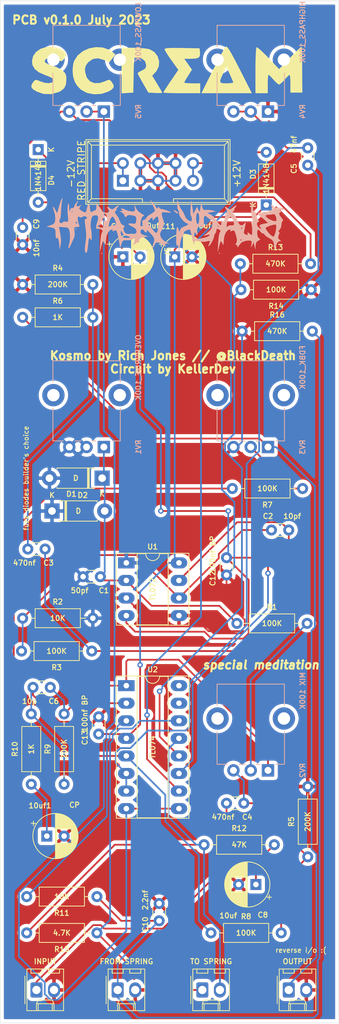
<source format=kicad_pcb>
(kicad_pcb (version 20171130) (host pcbnew "(5.1.12-1-10_14)")
  (layers (0 F.Cu signal) (31 B.Cu signal) (34 B.Paste user) (35 F.Paste user) (36 B.SilkS user) (37 F.SilkS user) (38 B.Mask user) (39 F.Mask user) (44 Edge.Cuts user))
  (net 0 "")
  (net 1 "Net-(10uf1-Pad1)")
  (net 2 GND)
  (net 3 "Net-(C1-Pad2)")
  (net 4 "Net-(C1-Pad1)")
  (net 5 "Net-(C2-Pad1)")
  (net 6 "Net-(C2-Pad2)")
  (net 7 "Net-(C3-Pad2)")
  (net 8 "Net-(C4-Pad2)")
  (net 9 "Net-(C4-Pad1)")
  (net 10 "Net-(C5-Pad2)")
  (net 11 "Net-(C5-Pad1)")
  (net 12 "Net-(C6-Pad1)")
  (net 13 "Net-(C6-Pad2)")
  (net 14 "Net-(C12-Pad2)")
  (net 15 "Net-(C8-Pad1)")
  (net 16 "Net-(C9-Pad1)")
  (net 17 "Net-(C10-Pad1)")
  (net 18 "Net-(C11-Pad1)")
  (net 19 "Net-(D3-Pad2)")
  (net 20 "Net-(D4-Pad1)")
  (net 21 "Net-(J2-Pad1)")
  (net 22 "Net-(R1-Pad2)")
  (net 23 "Net-(R7-Pad1)")
  (net 24 "Net-(R7-Pad2)")
  (net 25 "Net-(R11-Pad2)")
  (net 26 "Net-(J3-Pad2)")
  (net 27 "Net-(R13-Pad1)")
  (net 28 "Net-(J3-Pad1)")
  (net 29 "Net-(RV5-Pad1)")
  (module ao_tht:BD3 (layer B.Cu) (at 403.75 -19.5 180)
    (fp_text reference G*** hide)
    (fp_text value LOGO hide)
  )
  (module ao_tht:scream5 (layer F.Cu) (at 404.25 -41.5)
    (fp_text reference G*** hide)
    (fp_text value LOGO hide)
  )
  (module ao_tht:CP_Radial_D6.3mm_P2.50mm (layer F.Cu) (at 386.5 68.75)
    (fp_text reference 10uf1 (at -1 -4.4) (layer F.SilkS) (effects (font (size 0.75 0.75))))
    (fp_text value CP)
    (fp_text user %V (at 4 -4.5) (layer F.SilkS) (effects (font (size 0.75 0.75))))
    (pad 1 thru_hole rect (at 0 0) (size 1.6 1.6) (drill 0.8) (layers *.Cu *.Mask) (net 1 "Net-(10uf1-Pad1)"))
    (pad 2 thru_hole circle (at 2.5 0) (size 1.6 1.6) (drill 0.8) (layers *.Cu *.Mask) (net 2 GND))
  )
  (module ao_tht:C_Disc_D3.0mm_W1.6mm_P2.50mm (layer F.Cu) (at 394.25 31.25 180)
    (fp_text reference C1 (at -0.5 -2) (layer F.SilkS) (effects (font (size 0.75 0.75))))
    (fp_text value 50pf)
    (fp_text user %V (at 3 -2) (layer F.SilkS) (effects (font (size 0.75 0.75))))
    (pad 2 thru_hole circle (at 2.5 0 180) (size 1.6 1.6) (drill 0.8) (layers *.Cu *.Mask) (net 3 "Net-(C1-Pad2)"))
    (pad 1 thru_hole circle (at 0 0 180) (size 1.6 1.6) (drill 0.8) (layers *.Cu *.Mask) (net 4 "Net-(C1-Pad1)"))
  )
  (module ao_tht:C_Disc_D3.0mm_W1.6mm_P2.50mm (layer F.Cu) (at 419 24.5)
    (fp_text reference C2 (at -0.5 -2) (layer F.SilkS) (effects (font (size 0.75 0.75))))
    (fp_text value 10pf)
    (fp_text user %V (at 3 -2) (layer F.SilkS) (effects (font (size 0.75 0.75))))
    (pad 1 thru_hole circle (at 0 0) (size 1.6 1.6) (drill 0.8) (layers *.Cu *.Mask) (net 5 "Net-(C2-Pad1)"))
    (pad 2 thru_hole circle (at 2.5 0) (size 1.6 1.6) (drill 0.8) (layers *.Cu *.Mask) (net 6 "Net-(C2-Pad2)"))
  )
  (module ao_tht:C_Disc_D3.0mm_W1.6mm_P2.50mm (layer F.Cu) (at 386.25 27.25 180)
    (fp_text reference C3 (at -0.5 -2) (layer F.SilkS) (effects (font (size 0.75 0.75))))
    (fp_text value 470nf)
    (fp_text user %V (at 3 -2) (layer F.SilkS) (effects (font (size 0.75 0.75))))
    (pad 1 thru_hole circle (at 0 0 180) (size 1.6 1.6) (drill 0.8) (layers *.Cu *.Mask) (net 6 "Net-(C2-Pad2)"))
    (pad 2 thru_hole circle (at 2.5 0 180) (size 1.6 1.6) (drill 0.8) (layers *.Cu *.Mask) (net 7 "Net-(C3-Pad2)"))
  )
  (module ao_tht:C_Disc_D3.0mm_W1.6mm_P2.50mm (layer F.Cu) (at 415 64 180)
    (fp_text reference C4 (at -0.5 -2) (layer F.SilkS) (effects (font (size 0.75 0.75))))
    (fp_text value 470nf)
    (fp_text user %V (at 3 -2) (layer F.SilkS) (effects (font (size 0.75 0.75))))
    (pad 2 thru_hole circle (at 2.5 0 180) (size 1.6 1.6) (drill 0.8) (layers *.Cu *.Mask) (net 8 "Net-(C4-Pad2)"))
    (pad 1 thru_hole circle (at 0 0 180) (size 1.6 1.6) (drill 0.8) (layers *.Cu *.Mask) (net 9 "Net-(C4-Pad1)"))
  )
  (module ao_tht:C_Disc_D3.0mm_W1.6mm_P2.50mm (layer F.Cu) (at 424.25 -28.25 90)
    (fp_text reference C5 (at -0.5 -2 90) (layer F.SilkS) (effects (font (size 0.75 0.75))))
    (fp_text value 47nf)
    (fp_text user %V (at 3 -2 90) (layer F.SilkS) (effects (font (size 0.75 0.75))))
    (pad 2 thru_hole circle (at 2.5 0 90) (size 1.6 1.6) (drill 0.8) (layers *.Cu *.Mask) (net 10 "Net-(C5-Pad2)"))
    (pad 1 thru_hole circle (at 0 0 90) (size 1.6 1.6) (drill 0.8) (layers *.Cu *.Mask) (net 11 "Net-(C5-Pad1)"))
  )
  (module ao_tht:C_Disc_D3.0mm_W1.6mm_P2.50mm (layer F.Cu) (at 387 47.25 180)
    (fp_text reference C6 (at -0.5 -2) (layer F.SilkS) (effects (font (size 0.75 0.75))))
    (fp_text value 10p)
    (fp_text user %V (at 3 -2) (layer F.SilkS) (effects (font (size 0.75 0.75))))
    (pad 1 thru_hole circle (at 0 0 180) (size 1.6 1.6) (drill 0.8) (layers *.Cu *.Mask) (net 12 "Net-(C6-Pad1)"))
    (pad 2 thru_hole circle (at 2.5 0 180) (size 1.6 1.6) (drill 0.8) (layers *.Cu *.Mask) (net 13 "Net-(C6-Pad2)"))
  )
  (module ao_tht:CP_Radial_D6.3mm_P2.50mm (layer F.Cu) (at 416.75 75.75 180)
    (fp_text reference C8 (at -1 -4.4) (layer F.SilkS) (effects (font (size 0.75 0.75))))
    (fp_text value 10uf)
    (fp_text user %V (at 4 -4.5) (layer F.SilkS) (effects (font (size 0.75 0.75))))
    (pad 1 thru_hole rect (at 0 0 180) (size 1.6 1.6) (drill 0.8) (layers *.Cu *.Mask) (net 15 "Net-(C8-Pad1)"))
    (pad 2 thru_hole circle (at 2.5 0 180) (size 1.6 1.6) (drill 0.8) (layers *.Cu *.Mask) (net 2 GND))
  )
  (module ao_tht:C_Disc_D3.0mm_W1.6mm_P2.50mm (layer F.Cu) (at 383 -19.25 270)
    (fp_text reference C9 (at -0.5 -2 90) (layer F.SilkS) (effects (font (size 0.75 0.75))))
    (fp_text value 10nf)
    (fp_text user %V (at 3 -2 90) (layer F.SilkS) (effects (font (size 0.75 0.75))))
    (pad 1 thru_hole circle (at 0 0 270) (size 1.6 1.6) (drill 0.8) (layers *.Cu *.Mask) (net 16 "Net-(C9-Pad1)"))
    (pad 2 thru_hole circle (at 2.5 0 270) (size 1.6 1.6) (drill 0.8) (layers *.Cu *.Mask) (net 2 GND))
  )
  (module ao_tht:C_Disc_D3.0mm_W1.6mm_P2.50mm (layer F.Cu) (at 402.75 81 90)
    (fp_text reference C10 (at -0.5 -2 90) (layer F.SilkS) (effects (font (size 0.75 0.75))))
    (fp_text value 2.2nf)
    (fp_text user %V (at 3 -2 90) (layer F.SilkS) (effects (font (size 0.75 0.75))))
    (pad 1 thru_hole circle (at 0 0 90) (size 1.6 1.6) (drill 0.8) (layers *.Cu *.Mask) (net 17 "Net-(C10-Pad1)"))
    (pad 2 thru_hole circle (at 2.5 0 90) (size 1.6 1.6) (drill 0.8) (layers *.Cu *.Mask) (net 2 GND))
  )
  (module ao_tht:CP_Radial_D6.3mm_P2.50mm (layer F.Cu) (at 405 -15)
    (fp_text reference C11 (at -1 -4.4) (layer F.SilkS) (effects (font (size 0.75 0.75))))
    (fp_text value 10uf)
    (fp_text user %V (at 4 -4.5) (layer F.SilkS) (effects (font (size 0.75 0.75))))
    (pad 2 thru_hole circle (at 2.5 0) (size 1.6 1.6) (drill 0.8) (layers *.Cu *.Mask) (net 2 GND))
    (pad 1 thru_hole rect (at 0 0) (size 1.6 1.6) (drill 0.8) (layers *.Cu *.Mask) (net 18 "Net-(C11-Pad1)"))
  )
  (module ao_tht:C_Disc_D3.0mm_W1.6mm_P2.50mm (layer F.Cu) (at 412.5 31 90)
    (fp_text reference C12 (at -0.5 -2 90) (layer F.SilkS) (effects (font (size 0.75 0.75))))
    (fp_text value "100nf BP")
    (fp_text user %V (at 3 -2 90) (layer F.SilkS) (effects (font (size 0.75 0.75))))
    (pad 2 thru_hole circle (at 2.5 0 90) (size 1.6 1.6) (drill 0.8) (layers *.Cu *.Mask) (net 14 "Net-(C12-Pad2)"))
    (pad 1 thru_hole circle (at 0 0 90) (size 1.6 1.6) (drill 0.8) (layers *.Cu *.Mask) (net 2 GND))
  )
  (module ao_tht:C_Disc_D3.0mm_W1.6mm_P2.50mm (layer F.Cu) (at 394 54 90)
    (fp_text reference C13 (at -0.5 -2 90) (layer F.SilkS) (effects (font (size 0.75 0.75))))
    (fp_text value "100nf BP")
    (fp_text user %V (at 3 -2 90) (layer F.SilkS) (effects (font (size 0.75 0.75))))
    (pad 1 thru_hole circle (at 0 0 90) (size 1.6 1.6) (drill 0.8) (layers *.Cu *.Mask) (net 18 "Net-(C11-Pad1)"))
    (pad 2 thru_hole circle (at 2.5 0 90) (size 1.6 1.6) (drill 0.8) (layers *.Cu *.Mask) (net 2 GND))
  )
  (module ao_tht:D_DO-41_SOD81_P7.62mm_Horizontal (layer F.Cu) (at 394.5 17 180)
    (fp_text reference D1 (at 4.445 -2.286) (layer F.SilkS) (effects (font (size 0.75 0.75))))
    (fp_text value D)
    (fp_text user K (at 0 -2.286) (layer F.SilkS) (effects (font (size 0.75 0.75))))
    (fp_text user %V (at 3.81 0) (layer F.SilkS) (effects (font (size 0.75 0.75))))
    (pad 2 thru_hole oval (at 7.62 0 180) (size 2.2 2.2) (drill 1.1) (layers *.Cu *.Mask) (net 3 "Net-(C1-Pad2)"))
    (pad 1 thru_hole rect (at 0 0 180) (size 2.2 2.2) (drill 1.1) (layers *.Cu *.Mask) (net 4 "Net-(C1-Pad1)"))
  )
  (module ao_tht:D_DO-41_SOD81_P7.62mm_Horizontal (layer F.Cu) (at 387.25 21.75)
    (fp_text reference D2 (at 4.445 -2.286) (layer F.SilkS) (effects (font (size 0.75 0.75))))
    (fp_text value D)
    (fp_text user %V (at 3.81 0) (layer F.SilkS) (effects (font (size 0.75 0.75))))
    (fp_text user K (at 0 -2.286) (layer F.SilkS) (effects (font (size 0.75 0.75))))
    (pad 1 thru_hole rect (at 0 0) (size 2.2 2.2) (drill 1.1) (layers *.Cu *.Mask) (net 3 "Net-(C1-Pad2)"))
    (pad 2 thru_hole oval (at 7.62 0) (size 2.2 2.2) (drill 1.1) (layers *.Cu *.Mask) (net 4 "Net-(C1-Pad1)"))
  )
  (module ao_tht:D_DO-35_SOD27_P7.62mm_Horizontal (layer F.Cu) (at 418.25 -22.5 90)
    (fp_text reference D3 (at 4.445 -1.905 270) (layer F.SilkS) (effects (font (size 0.75 0.75))))
    (fp_text value 1N4148)
    (fp_text user K (at 0 -1.905 270) (layer F.SilkS) (effects (font (size 0.75 0.75))))
    (fp_text user %V (at 3.81 0 270) (layer F.SilkS) (effects (font (size 0.75 0.75))))
    (pad 2 thru_hole oval (at 7.62 0 90) (size 1.6 1.6) (drill 0.8) (layers *.Cu *.Mask) (net 19 "Net-(D3-Pad2)"))
    (pad 1 thru_hole rect (at 0 0 90) (size 1.6 1.6) (drill 0.8) (layers *.Cu *.Mask) (net 18 "Net-(C11-Pad1)"))
  )
  (module ao_tht:D_DO-35_SOD27_P7.62mm_Horizontal (layer F.Cu) (at 385.25 -30.5 270)
    (fp_text reference D4 (at 4.445 -1.905 270) (layer F.SilkS) (effects (font (size 0.75 0.75))))
    (fp_text value 1N4148)
    (fp_text user %V (at 3.81 0 270) (layer F.SilkS) (effects (font (size 0.75 0.75))))
    (fp_text user K (at 0 -1.905 270) (layer F.SilkS) (effects (font (size 0.75 0.75))))
    (pad 1 thru_hole rect (at 0 0 270) (size 1.6 1.6) (drill 0.8) (layers *.Cu *.Mask) (net 20 "Net-(D4-Pad1)"))
    (pad 2 thru_hole oval (at 7.62 0 270) (size 1.6 1.6) (drill 0.8) (layers *.Cu *.Mask) (net 14 "Net-(C12-Pad2)"))
  )
  (module ao_tht:Molex_KK-254_AE-6410-02A_1x02_P2.54mm_Vertical (layer F.Cu) (at 385 91)
    (fp_text reference INPUT (at 1.27 -4.12) (layer F.SilkS) (effects (font (size 0.75 0.75))))
    (fp_text value INPUT)
    (pad 2 thru_hole oval (at 2.54 0) (size 1.74 2.2) (drill 1.2) (layers *.Cu *.Mask) (net 2 GND))
    (pad 1 thru_hole roundrect (at 0 0) (size 1.74 2.2) (drill 1.2) (layers *.Cu *.Mask) (roundrect_rratio 0.1436775862068966) (net 8 "Net-(C4-Pad2)"))
  )
  (module ao_tht:Molex_KK-254_AE-6410-02A_1x02_P2.54mm_Vertical (layer F.Cu) (at 421.5 91)
    (fp_text reference OUTPUT (at 1.27 -4.12) (layer F.SilkS) (effects (font (size 0.75 0.75))))
    (fp_text value OUTPUT)
    (pad 1 thru_hole roundrect (at 0 0) (size 1.74 2.2) (drill 1.2) (layers *.Cu *.Mask) (roundrect_rratio 0.1436775862068966) (net 21 "Net-(J2-Pad1)"))
    (pad 2 thru_hole oval (at 2.54 0) (size 1.74 2.2) (drill 1.2) (layers *.Cu *.Mask) (net 2 GND))
  )
  (module ao_tht:Power_Header (layer F.Cu) (at 397.5 -26 90)
    (fp_text reference J5 (at -10.25 6.5 270) (layer F.SilkS) (effects (font (size 0.75 0.75))))
    (fp_text value Synth_power_2x5)
    (fp_text user +12V (at 1 16.5 270) (layer F.SilkS))
    (fp_text user -12V (at 1 -7.5 270) (layer F.SilkS))
    (fp_text user "RED STRIPE" (at 1.5 -6 270) (layer F.SilkS))
    (pad 1 thru_hole rect (at 0 0 90) (size 1.7272 1.7272) (drill 1.016) (layers *.Cu *.Mask) (net 20 "Net-(D4-Pad1)"))
    (pad 2 thru_hole oval (at 2.54 0 90) (size 1.7272 1.7272) (drill 1.016) (layers *.Cu *.Mask) (net 20 "Net-(D4-Pad1)"))
    (pad 3 thru_hole oval (at 0 2.54 90) (size 1.7272 1.7272) (drill 1.016) (layers *.Cu *.Mask) (net 2 GND))
    (pad 4 thru_hole oval (at 2.54 2.54 90) (size 1.7272 1.7272) (drill 1.016) (layers *.Cu *.Mask) (net 2 GND))
    (pad 5 thru_hole oval (at 0 5.08 90) (size 1.7272 1.7272) (drill 1.016) (layers *.Cu *.Mask) (net 2 GND))
    (pad 6 thru_hole oval (at 2.54 5.08 90) (size 1.7272 1.7272) (drill 1.016) (layers *.Cu *.Mask) (net 2 GND))
    (pad 7 thru_hole oval (at 0 7.62 90) (size 1.7272 1.7272) (drill 1.016) (layers *.Cu *.Mask) (net 2 GND))
    (pad 8 thru_hole oval (at 2.54 7.62 90) (size 1.7272 1.7272) (drill 1.016) (layers *.Cu *.Mask) (net 2 GND))
    (pad 9 thru_hole oval (at 0 10.16 90) (size 1.7272 1.7272) (drill 1.016) (layers *.Cu *.Mask) (net 19 "Net-(D3-Pad2)"))
    (pad 10 thru_hole oval (at 2.54 10.16 90) (size 1.7272 1.7272) (drill 1.016) (layers *.Cu *.Mask) (net 19 "Net-(D3-Pad2)"))
  )
  (module ao_tht:R_Axial_DIN0207_L6.3mm_D2.5mm_P10.16mm_Horizontal (layer F.Cu) (at 414 38)
    (fp_text reference R1 (at 5.08 -2.37) (layer F.SilkS) (effects (font (size 0.75 0.75))))
    (fp_text value 100K)
    (fp_text user %V (at 5.08 0) (layer F.SilkS) (effects (font (size 0.75 0.75))))
    (pad 2 thru_hole oval (at 10.16 0) (size 1.6 1.6) (drill 0.8) (layers *.Cu *.Mask) (net 22 "Net-(R1-Pad2)"))
    (pad 1 thru_hole circle (at 0 0) (size 1.6 1.6) (drill 0.8) (layers *.Cu *.Mask) (net 4 "Net-(C1-Pad1)"))
  )
  (module ao_tht:R_Axial_DIN0207_L6.3mm_D2.5mm_P10.16mm_Horizontal (layer F.Cu) (at 383 37.25)
    (fp_text reference R2 (at 5.08 -2.37) (layer F.SilkS) (effects (font (size 0.75 0.75))))
    (fp_text value 10K)
    (fp_text user %V (at 5.08 0) (layer F.SilkS) (effects (font (size 0.75 0.75))))
    (pad 2 thru_hole oval (at 10.16 0) (size 1.6 1.6) (drill 0.8) (layers *.Cu *.Mask) (net 3 "Net-(C1-Pad2)"))
    (pad 1 thru_hole circle (at 0 0) (size 1.6 1.6) (drill 0.8) (layers *.Cu *.Mask) (net 5 "Net-(C2-Pad1)"))
  )
  (module ao_tht:R_Axial_DIN0207_L6.3mm_D2.5mm_P10.16mm_Horizontal (layer F.Cu) (at 393 42 180)
    (fp_text reference R3 (at 5.08 -2.37) (layer F.SilkS) (effects (font (size 0.75 0.75))))
    (fp_text value 100K)
    (fp_text user %V (at 5.08 0) (layer F.SilkS) (effects (font (size 0.75 0.75))))
    (pad 1 thru_hole circle (at 0 0 180) (size 1.6 1.6) (drill 0.8) (layers *.Cu *.Mask) (net 6 "Net-(C2-Pad2)"))
    (pad 2 thru_hole oval (at 10.16 0 180) (size 1.6 1.6) (drill 0.8) (layers *.Cu *.Mask) (net 5 "Net-(C2-Pad1)"))
  )
  (module ao_tht:R_Axial_DIN0207_L6.3mm_D2.5mm_P10.16mm_Horizontal (layer F.Cu) (at 383 -11)
    (fp_text reference R4 (at 5.08 -2.37) (layer F.SilkS) (effects (font (size 0.75 0.75))))
    (fp_text value 200K)
    (fp_text user %V (at 5.08 0) (layer F.SilkS) (effects (font (size 0.75 0.75))))
    (pad 1 thru_hole circle (at 0 0) (size 1.6 1.6) (drill 0.8) (layers *.Cu *.Mask) (net 2 GND))
    (pad 2 thru_hole oval (at 10.16 0) (size 1.6 1.6) (drill 0.8) (layers *.Cu *.Mask) (net 7 "Net-(C3-Pad2)"))
  )
  (module ao_tht:R_Axial_DIN0207_L6.3mm_D2.5mm_P10.16mm_Horizontal (layer F.Cu) (at 424.25 71.75 90)
    (fp_text reference R5 (at 5.08 -2.37 90) (layer F.SilkS) (effects (font (size 0.75 0.75))))
    (fp_text value 200K)
    (fp_text user %V (at 5.08 0 90) (layer F.SilkS) (effects (font (size 0.75 0.75))))
    (pad 2 thru_hole oval (at 10.16 0 90) (size 1.6 1.6) (drill 0.8) (layers *.Cu *.Mask) (net 2 GND))
    (pad 1 thru_hole circle (at 0 0 90) (size 1.6 1.6) (drill 0.8) (layers *.Cu *.Mask) (net 9 "Net-(C4-Pad1)"))
  )
  (module ao_tht:R_Axial_DIN0207_L6.3mm_D2.5mm_P10.16mm_Horizontal (layer F.Cu) (at 383 -6.25)
    (fp_text reference R6 (at 5.08 -2.37) (layer F.SilkS) (effects (font (size 0.75 0.75))))
    (fp_text value 1K)
    (fp_text user %V (at 5.08 0) (layer F.SilkS) (effects (font (size 0.75 0.75))))
    (pad 2 thru_hole oval (at 10.16 0) (size 1.6 1.6) (drill 0.8) (layers *.Cu *.Mask) (net 7 "Net-(C3-Pad2)"))
    (pad 1 thru_hole circle (at 0 0) (size 1.6 1.6) (drill 0.8) (layers *.Cu *.Mask) (net 21 "Net-(J2-Pad1)"))
  )
  (module ao_tht:R_Axial_DIN0207_L6.3mm_D2.5mm_P10.16mm_Horizontal (layer F.Cu) (at 423.5 18.5 180)
    (fp_text reference R7 (at 5.08 -2.37) (layer F.SilkS) (effects (font (size 0.75 0.75))))
    (fp_text value 100K)
    (fp_text user %V (at 5.08 0) (layer F.SilkS) (effects (font (size 0.75 0.75))))
    (pad 1 thru_hole circle (at 0 0 180) (size 1.6 1.6) (drill 0.8) (layers *.Cu *.Mask) (net 23 "Net-(R7-Pad1)"))
    (pad 2 thru_hole oval (at 10.16 0 180) (size 1.6 1.6) (drill 0.8) (layers *.Cu *.Mask) (net 24 "Net-(R7-Pad2)"))
  )
  (module ao_tht:R_Axial_DIN0207_L6.3mm_D2.5mm_P10.16mm_Horizontal (layer F.Cu) (at 410.25 82.75)
    (fp_text reference R8 (at 5.08 -2.37) (layer F.SilkS) (effects (font (size 0.75 0.75))))
    (fp_text value 100K)
    (fp_text user %V (at 5.08 0) (layer F.SilkS) (effects (font (size 0.75 0.75))))
    (pad 1 thru_hole circle (at 0 0) (size 1.6 1.6) (drill 0.8) (layers *.Cu *.Mask) (net 24 "Net-(R7-Pad2)"))
    (pad 2 thru_hole oval (at 10.16 0) (size 1.6 1.6) (drill 0.8) (layers *.Cu *.Mask) (net 9 "Net-(C4-Pad1)"))
  )
  (module ao_tht:R_Axial_DIN0207_L6.3mm_D2.5mm_P10.16mm_Horizontal (layer F.Cu) (at 389 61.25 90)
    (fp_text reference R9 (at 5.08 -2.37 90) (layer F.SilkS) (effects (font (size 0.75 0.75))))
    (fp_text value 200K)
    (fp_text user %V (at 5.08 0 90) (layer F.SilkS) (effects (font (size 0.75 0.75))))
    (pad 1 thru_hole circle (at 0 0 90) (size 1.6 1.6) (drill 0.8) (layers *.Cu *.Mask) (net 13 "Net-(C6-Pad2)"))
    (pad 2 thru_hole oval (at 10.16 0 90) (size 1.6 1.6) (drill 0.8) (layers *.Cu *.Mask) (net 12 "Net-(C6-Pad1)"))
  )
  (module ao_tht:R_Axial_DIN0207_L6.3mm_D2.5mm_P10.16mm_Horizontal (layer F.Cu) (at 384.25 61.25 90)
    (fp_text reference R10 (at 5.08 -2.37 90) (layer F.SilkS) (effects (font (size 0.75 0.75))))
    (fp_text value 1K)
    (fp_text user %V (at 5.08 0 90) (layer F.SilkS) (effects (font (size 0.75 0.75))))
    (pad 2 thru_hole oval (at 10.16 0 90) (size 1.6 1.6) (drill 0.8) (layers *.Cu *.Mask) (net 13 "Net-(C6-Pad2)"))
    (pad 1 thru_hole circle (at 0 0 90) (size 1.6 1.6) (drill 0.8) (layers *.Cu *.Mask) (net 1 "Net-(10uf1-Pad1)"))
  )
  (module ao_tht:R_Axial_DIN0207_L6.3mm_D2.5mm_P10.16mm_Horizontal (layer F.Cu) (at 393.75 77.5 180)
    (fp_text reference R11 (at 5.08 -2.37) (layer F.SilkS) (effects (font (size 0.75 0.75))))
    (fp_text value 10K)
    (fp_text user %V (at 5.08 0) (layer F.SilkS) (effects (font (size 0.75 0.75))))
    (pad 1 thru_hole circle (at 0 0 180) (size 1.6 1.6) (drill 0.8) (layers *.Cu *.Mask) (net 17 "Net-(C10-Pad1)"))
    (pad 2 thru_hole oval (at 10.16 0 180) (size 1.6 1.6) (drill 0.8) (layers *.Cu *.Mask) (net 25 "Net-(R11-Pad2)"))
  )
  (module ao_tht:R_Axial_DIN0207_L6.3mm_D2.5mm_P10.16mm_Horizontal (layer F.Cu) (at 409.25 70)
    (fp_text reference R12 (at 5.08 -2.37) (layer F.SilkS) (effects (font (size 0.75 0.75))))
    (fp_text value 47K)
    (fp_text user %V (at 5.08 0) (layer F.SilkS) (effects (font (size 0.75 0.75))))
    (pad 2 thru_hole oval (at 10.16 0) (size 1.6 1.6) (drill 0.8) (layers *.Cu *.Mask) (net 15 "Net-(C8-Pad1)"))
    (pad 1 thru_hole circle (at 0 0) (size 1.6 1.6) (drill 0.8) (layers *.Cu *.Mask) (net 26 "Net-(J3-Pad2)"))
  )
  (module ao_tht:R_Axial_DIN0207_L6.3mm_D2.5mm_P10.16mm_Horizontal (layer F.Cu) (at 414.5 -14)
    (fp_text reference R13 (at 5.08 -2.37) (layer F.SilkS) (effects (font (size 0.75 0.75))))
    (fp_text value 470K)
    (fp_text user %V (at 5.08 0) (layer F.SilkS) (effects (font (size 0.75 0.75))))
    (pad 1 thru_hole circle (at 0 0) (size 1.6 1.6) (drill 0.8) (layers *.Cu *.Mask) (net 27 "Net-(R13-Pad1)"))
    (pad 2 thru_hole oval (at 10.16 0) (size 1.6 1.6) (drill 0.8) (layers *.Cu *.Mask) (net 16 "Net-(C9-Pad1)"))
  )
  (module ao_tht:R_Axial_DIN0207_L6.3mm_D2.5mm_P10.16mm_Horizontal (layer F.Cu) (at 424.75 -10.25 180)
    (fp_text reference R14 (at 5.08 -2.37) (layer F.SilkS) (effects (font (size 0.75 0.75))))
    (fp_text value 100K)
    (fp_text user %V (at 5.08 0) (layer F.SilkS) (effects (font (size 0.75 0.75))))
    (pad 1 thru_hole circle (at 0 0 180) (size 1.6 1.6) (drill 0.8) (layers *.Cu *.Mask) (net 2 GND))
    (pad 2 thru_hole oval (at 10.16 0 180) (size 1.6 1.6) (drill 0.8) (layers *.Cu *.Mask) (net 27 "Net-(R13-Pad1)"))
  )
  (module ao_tht:R_Axial_DIN0207_L6.3mm_D2.5mm_P10.16mm_Horizontal (layer F.Cu) (at 393.75 82.75 180)
    (fp_text reference R15 (at 5.08 -2.37) (layer F.SilkS) (effects (font (size 0.75 0.75))))
    (fp_text value 4.7K)
    (fp_text user %V (at 5.08 0) (layer F.SilkS) (effects (font (size 0.75 0.75))))
    (pad 2 thru_hole oval (at 10.16 0 180) (size 1.6 1.6) (drill 0.8) (layers *.Cu *.Mask) (net 26 "Net-(J3-Pad2)"))
    (pad 1 thru_hole circle (at 0 0 180) (size 1.6 1.6) (drill 0.8) (layers *.Cu *.Mask) (net 28 "Net-(J3-Pad1)"))
  )
  (module ao_tht:R_Axial_DIN0207_L6.3mm_D2.5mm_P10.16mm_Horizontal (layer F.Cu) (at 414.75 -4.25)
    (fp_text reference R16 (at 5.08 -2.37) (layer F.SilkS) (effects (font (size 0.75 0.75))))
    (fp_text value 470K)
    (fp_text user %V (at 5.08 0) (layer F.SilkS) (effects (font (size 0.75 0.75))))
    (pad 2 thru_hole oval (at 10.16 0) (size 1.6 1.6) (drill 0.8) (layers *.Cu *.Mask) (net 17 "Net-(C10-Pad1)"))
    (pad 1 thru_hole circle (at 0 0) (size 1.6 1.6) (drill 0.8) (layers *.Cu *.Mask) (net 2 GND))
  )
  (module ao_tht:Potentiometer_Alpha_RD901F-40-00D_Single_Vertical_CircularHoles_centered (layer B.Cu) (at 392.25 5 90)
    (fp_text reference RV1 (at -7.5 7.5 90) (layer B.SilkS) (effects (font (size 0.75 0.75)) (justify mirror)))
    (fp_text value OVERDRIVE_100K)
    (fp_text user %V (at 4 7.5 270) (layer B.SilkS) (effects (font (size 0.75 0.75)) (justify mirror)))
    (pad 1 thru_hole rect (at -7.5 2.5) (size 1.8 1.8) (drill 1) (layers *.Cu *.Mask) (net 4 "Net-(C1-Pad1)"))
    (pad 2 thru_hole circle (at -7.5 0) (size 1.8 1.8) (drill 1) (layers *.Cu *.Mask) (net 3 "Net-(C1-Pad2)"))
    (pad 3 thru_hole circle (at -7.5 -2.5) (size 1.8 1.8) (drill 1) (layers *.Cu *.Mask) (net 3 "Net-(C1-Pad2)"))
    (pad "" thru_hole circle (at 0 -4.8) (size 3.24 3.24) (drill 1.8) (layers *.Cu *.Mask))
    (pad "" thru_hole circle (at 0 4.8) (size 3.24 3.24) (drill 1.8) (layers *.Cu *.Mask))
  )
  (module ao_tht:Potentiometer_Alpha_RD901F-40-00D_Single_Vertical_CircularHoles_centered (layer B.Cu) (at 416 51.75 90)
    (fp_text reference RV2 (at -7.5 7.5 90) (layer B.SilkS) (effects (font (size 0.75 0.75)) (justify mirror)))
    (fp_text value "MIX 100K")
    (fp_text user %V (at 4 7.5 270) (layer B.SilkS) (effects (font (size 0.75 0.75)) (justify mirror)))
    (pad 1 thru_hole rect (at -7.5 2.5) (size 1.8 1.8) (drill 1) (layers *.Cu *.Mask) (net 12 "Net-(C6-Pad1)"))
    (pad 2 thru_hole circle (at -7.5 0) (size 1.8 1.8) (drill 1) (layers *.Cu *.Mask) (net 22 "Net-(R1-Pad2)"))
    (pad 3 thru_hole circle (at -7.5 -2.5) (size 1.8 1.8) (drill 1) (layers *.Cu *.Mask) (net 9 "Net-(C4-Pad1)"))
    (pad "" thru_hole circle (at 0 -4.8) (size 3.24 3.24) (drill 1.8) (layers *.Cu *.Mask))
    (pad "" thru_hole circle (at 0 4.8) (size 3.24 3.24) (drill 1.8) (layers *.Cu *.Mask))
  )
  (module ao_tht:Potentiometer_Alpha_RD901F-40-00D_Single_Vertical_CircularHoles_centered (layer B.Cu) (at 416 5 90)
    (fp_text reference RV3 (at -7.5 7.5 90) (layer B.SilkS) (effects (font (size 0.75 0.75)) (justify mirror)))
    (fp_text value FDBK_100K)
    (fp_text user %V (at 4 7.5 270) (layer B.SilkS) (effects (font (size 0.75 0.75)) (justify mirror)))
    (pad "" thru_hole circle (at 0 4.8) (size 3.24 3.24) (drill 1.8) (layers *.Cu *.Mask))
    (pad "" thru_hole circle (at 0 -4.8) (size 3.24 3.24) (drill 1.8) (layers *.Cu *.Mask))
    (pad 3 thru_hole circle (at -7.5 -2.5) (size 1.8 1.8) (drill 1) (layers *.Cu *.Mask) (net 2 GND))
    (pad 2 thru_hole circle (at -7.5 0) (size 1.8 1.8) (drill 1) (layers *.Cu *.Mask) (net 23 "Net-(R7-Pad1)"))
    (pad 1 thru_hole rect (at -7.5 2.5) (size 1.8 1.8) (drill 1) (layers *.Cu *.Mask) (net 21 "Net-(J2-Pad1)"))
  )
  (module ao_tht:Potentiometer_Alpha_RD901F-40-00D_Single_Vertical_CircularHoles_centered (layer B.Cu) (at 416 -43.5 90)
    (fp_text reference RV4 (at -7.5 7.5 90) (layer B.SilkS) (effects (font (size 0.75 0.75)) (justify mirror)))
    (fp_text value HIGHPASS_100K)
    (fp_text user %V (at 4 7.5 270) (layer B.SilkS) (effects (font (size 0.75 0.75)) (justify mirror)))
    (pad 1 thru_hole rect (at -7.5 2.5) (size 1.8 1.8) (drill 1) (layers *.Cu *.Mask) (net 2 GND))
    (pad 2 thru_hole circle (at -7.5 0) (size 1.8 1.8) (drill 1) (layers *.Cu *.Mask) (net 10 "Net-(C5-Pad2)"))
    (pad 3 thru_hole circle (at -7.5 -2.5) (size 1.8 1.8) (drill 1) (layers *.Cu *.Mask) (net 10 "Net-(C5-Pad2)"))
    (pad "" thru_hole circle (at 0 -4.8) (size 3.24 3.24) (drill 1.8) (layers *.Cu *.Mask))
    (pad "" thru_hole circle (at 0 4.8) (size 3.24 3.24) (drill 1.8) (layers *.Cu *.Mask))
  )
  (module ao_tht:Potentiometer_Alpha_RD901F-40-00D_Single_Vertical_CircularHoles_centered (layer B.Cu) (at 392.25 -43.5 90)
    (fp_text reference RV5 (at -7.5 7.5 90) (layer B.SilkS) (effects (font (size 0.75 0.75)) (justify mirror)))
    (fp_text value LOWPASS_100K)
    (fp_text user %V (at 4 7.5 270) (layer B.SilkS) (effects (font (size 0.75 0.75)) (justify mirror)))
    (pad "" thru_hole circle (at 0 4.8) (size 3.24 3.24) (drill 1.8) (layers *.Cu *.Mask))
    (pad "" thru_hole circle (at 0 -4.8) (size 3.24 3.24) (drill 1.8) (layers *.Cu *.Mask))
    (pad 3 thru_hole circle (at -7.5 -2.5) (size 1.8 1.8) (drill 1) (layers *.Cu *.Mask) (net 16 "Net-(C9-Pad1)"))
    (pad 2 thru_hole circle (at -7.5 0) (size 1.8 1.8) (drill 1) (layers *.Cu *.Mask) (net 29 "Net-(RV5-Pad1)"))
    (pad 1 thru_hole rect (at -7.5 2.5) (size 1.8 1.8) (drill 1) (layers *.Cu *.Mask) (net 29 "Net-(RV5-Pad1)"))
  )
  (module ao_tht:DIP-8_W7.62mm_Socket_LongPads (layer F.Cu) (at 398 29.25)
    (fp_text reference U1 (at 3.81 -2.33) (layer F.SilkS) (effects (font (size 0.75 0.75))))
    (fp_text value TL072)
    (fp_text user %V (at 3.81 3.81 90) (layer F.SilkS) (effects (font (size 0.75 0.75))))
    (pad 1 thru_hole rect (at 0 0) (size 2.4 1.6) (drill 0.8) (layers *.Cu *.Mask) (net 3 "Net-(C1-Pad2)"))
    (pad 5 thru_hole oval (at 7.62 7.62) (size 2.4 1.6) (drill 0.8) (layers *.Cu *.Mask) (net 2 GND))
    (pad 2 thru_hole oval (at 0 2.54) (size 2.4 1.6) (drill 0.8) (layers *.Cu *.Mask) (net 4 "Net-(C1-Pad1)"))
    (pad 6 thru_hole oval (at 7.62 5.08) (size 2.4 1.6) (drill 0.8) (layers *.Cu *.Mask) (net 5 "Net-(C2-Pad1)"))
    (pad 3 thru_hole oval (at 0 5.08) (size 2.4 1.6) (drill 0.8) (layers *.Cu *.Mask) (net 2 GND))
    (pad 7 thru_hole oval (at 7.62 2.54) (size 2.4 1.6) (drill 0.8) (layers *.Cu *.Mask) (net 6 "Net-(C2-Pad2)"))
    (pad 4 thru_hole oval (at 0 7.62) (size 2.4 1.6) (drill 0.8) (layers *.Cu *.Mask) (net 14 "Net-(C12-Pad2)"))
    (pad 8 thru_hole oval (at 7.62 0) (size 2.4 1.6) (drill 0.8) (layers *.Cu *.Mask) (net 18 "Net-(C11-Pad1)"))
  )
  (module ao_tht:DIP-16_W7.62mm_Socket_LongPads (layer F.Cu) (at 398 47)
    (fp_text reference U2 (at 3.81 -2.33) (layer F.SilkS) (effects (font (size 0.75 0.75))))
    (fp_text value TL074)
    (fp_text user %V (at 3.81 8.89 90) (layer F.SilkS) (effects (font (size 0.75 0.75))))
    (pad 1 thru_hole rect (at 0 0) (size 2.4 1.6) (drill 0.8) (layers *.Cu *.Mask) (net 12 "Net-(C6-Pad1)"))
    (pad 9 thru_hole oval (at 7.62 17.78) (size 2.4 1.6) (drill 0.8) (layers *.Cu *.Mask) (net 29 "Net-(RV5-Pad1)"))
    (pad 2 thru_hole oval (at 0 2.54) (size 2.4 1.6) (drill 0.8) (layers *.Cu *.Mask) (net 13 "Net-(C6-Pad2)"))
    (pad 10 thru_hole oval (at 7.62 15.24) (size 2.4 1.6) (drill 0.8) (layers *.Cu *.Mask) (net 10 "Net-(C5-Pad2)"))
    (pad 3 thru_hole oval (at 0 5.08) (size 2.4 1.6) (drill 0.8) (layers *.Cu *.Mask) (net 25 "Net-(R11-Pad2)"))
    (pad 11 thru_hole oval (at 7.62 12.7) (size 2.4 1.6) (drill 0.8) (layers *.Cu *.Mask) (net 14 "Net-(C12-Pad2)"))
    (pad 4 thru_hole oval (at 0 7.62) (size 2.4 1.6) (drill 0.8) (layers *.Cu *.Mask) (net 18 "Net-(C11-Pad1)"))
    (pad 12 thru_hole oval (at 7.62 10.16) (size 2.4 1.6) (drill 0.8) (layers *.Cu *.Mask) (net 27 "Net-(R13-Pad1)"))
    (pad 5 thru_hole oval (at 0 10.16) (size 2.4 1.6) (drill 0.8) (layers *.Cu *.Mask) (net 24 "Net-(R7-Pad2)"))
    (pad 13 thru_hole oval (at 7.62 7.62) (size 2.4 1.6) (drill 0.8) (layers *.Cu *.Mask) (net 26 "Net-(J3-Pad2)"))
    (pad 6 thru_hole oval (at 0 12.7) (size 2.4 1.6) (drill 0.8) (layers *.Cu *.Mask) (net 11 "Net-(C5-Pad1)"))
    (pad 14 thru_hole oval (at 7.62 5.08) (size 2.4 1.6) (drill 0.8) (layers *.Cu *.Mask) (net 28 "Net-(J3-Pad1)"))
    (pad 7 thru_hole oval (at 0 15.24) (size 2.4 1.6) (drill 0.8) (layers *.Cu *.Mask) (net 11 "Net-(C5-Pad1)"))
    (pad 15 thru_hole oval (at 7.62 2.54) (size 2.4 1.6) (drill 0.8) (layers *.Cu *.Mask))
    (pad 8 thru_hole oval (at 0 17.78) (size 2.4 1.6) (drill 0.8) (layers *.Cu *.Mask) (net 29 "Net-(RV5-Pad1)"))
    (pad 16 thru_hole oval (at 7.62 0) (size 2.4 1.6) (drill 0.8) (layers *.Cu *.Mask))
  )
  (module ao_tht:Molex_KK-254_AE-6410-02A_1x02_P2.54mm_Vertical (layer F.Cu) (at 409 91)
    (fp_text reference "TO SPRING" (at 1.27 -4.12) (layer F.SilkS) (effects (font (size 0.75 0.75))))
    (fp_text value TO_SPRING)
    (pad 1 thru_hole roundrect (at 0 0) (size 1.74 2.2) (drill 1.2) (layers *.Cu *.Mask) (roundrect_rratio 0.1436775862068966) (net 28 "Net-(J3-Pad1)"))
    (pad 2 thru_hole oval (at 2.54 0) (size 1.74 2.2) (drill 1.2) (layers *.Cu *.Mask) (net 26 "Net-(J3-Pad2)"))
  )
  (module ao_tht:Molex_KK-254_AE-6410-02A_1x02_P2.54mm_Vertical (layer F.Cu) (at 396.75 91)
    (fp_text reference "FROM SPRING" (at 1.27 -4.12) (layer F.SilkS) (effects (font (size 0.75 0.75))))
    (fp_text value FROM_SPRING)
    (pad 2 thru_hole oval (at 2.54 0) (size 1.74 2.2) (drill 1.2) (layers *.Cu *.Mask) (net 2 GND))
    (pad 1 thru_hole roundrect (at 0 0) (size 1.74 2.2) (drill 1.2) (layers *.Cu *.Mask) (roundrect_rratio 0.1436775862068966) (net 17 "Net-(C10-Pad1)"))
  )
  (module ao_tht:CP_Radial_D6.3mm_P2.50mm (layer F.Cu) (at 397.5 -15)
    (fp_text reference C7 (at -1 -4.4) (layer F.SilkS) (effects (font (size 0.75 0.75))))
    (fp_text value 10uf)
    (fp_text user %V (at 4 -4.5) (layer F.SilkS) (effects (font (size 0.75 0.75))))
    (pad 1 thru_hole rect (at 0 0) (size 1.6 1.6) (drill 0.8) (layers *.Cu *.Mask) (net 2 GND))
    (pad 2 thru_hole circle (at 2.5 0) (size 1.6 1.6) (drill 0.8) (layers *.Cu *.Mask) (net 14 "Net-(C12-Pad2)"))
  )
  (gr_text "fuzz diodes builder’s choice" (at 383.5 17 90) (layer F.SilkS) (effects (font (size 0.7 0.7) (thickness 0.125))))
  (gr_text "reverse i/o :(" (at 423.25 85.25) (layer F.SilkS) (effects (font (size 0.7 0.7) (thickness 0.125))))
  (gr_text "special meditation" (at 417.5 44) (layer F.SilkS) (effects (font (size 1.2 1.2) (thickness 0.3) italic)))
  (gr_text "PCB v0.1.0 July 2023" (at 391.5 -49.25) (layer F.SilkS) (effects (font (size 1.2 1.2) (thickness 0.3))))
  (gr_text "Kosmo by Rich Jones // @BlackDeath\nCircuit by KellerDev" (at 404.75 0.25) (layer F.SilkS) (effects (font (size 1.2 1.2) (thickness 0.3))))
  (gr_line (start 379.75 95.75) (end 379.75 -52) (layer Edge.Cuts) (width 0.05))
  (gr_line (start 428.75 95.75) (end 379.75 95.75) (layer Edge.Cuts) (width 0.05))
  (gr_line (start 428.75 -52) (end 428.75 95.75) (layer Edge.Cuts) (width 0.05))
  (gr_line (start 379.75 -52) (end 428.75 -52) (layer Edge.Cuts) (width 0.05))
  (segment (start 386.5 63.5) (end 384.25 61.25) (width 0.25) (layer B.Cu) (net 1))
  (segment (start 386.5 68.75) (end 386.5 63.5) (width 0.25) (layer B.Cu) (net 1))
  (segment (start 414.540001 39.125001) (end 409.875001 39.125001) (width 0.25) (layer F.Cu) (net 2))
  (segment (start 415.125001 38.540001) (end 414.540001 39.125001) (width 0.25) (layer F.Cu) (net 2))
  (segment (start 412.5 31) (end 412.5 34.834998) (width 0.25) (layer F.Cu) (net 2))
  (segment (start 412.5 34.834998) (end 415.125001 37.459999) (width 0.25) (layer F.Cu) (net 2))
  (segment (start 415.125001 37.459999) (end 415.125001 38.540001) (width 0.25) (layer F.Cu) (net 2))
  (segment (start 407.62 36.87) (end 405.62 36.87) (width 0.25) (layer F.Cu) (net 2))
  (segment (start 409.875001 39.125001) (end 407.62 36.87) (width 0.25) (layer F.Cu) (net 2))
  (segment (start 400.54 36.87) (end 398 34.33) (width 0.25) (layer F.Cu) (net 2))
  (segment (start 405.62 36.87) (end 400.54 36.87) (width 0.25) (layer F.Cu) (net 2))
  (segment (start 400.04 -28.54) (end 400.04 -26) (width 0.25) (layer B.Cu) (net 2))
  (segment (start 402.58 -28.54) (end 402.58 -26) (width 0.25) (layer B.Cu) (net 2))
  (segment (start 405.12 -28.54) (end 405.12 -26) (width 0.25) (layer B.Cu) (net 2))
  (segment (start 400.04 -28.54) (end 402.58 -28.54) (width 0.25) (layer B.Cu) (net 2))
  (segment (start 402.58 -28.54) (end 405.12 -28.54) (width 0.25) (layer B.Cu) (net 2))
  (segment (start 405.12 -26) (end 402.58 -26) (width 0.25) (layer B.Cu) (net 2))
  (segment (start 402.58 -26) (end 400.04 -26) (width 0.25) (layer B.Cu) (net 2))
  (segment (start 414.75 -4.25) (end 414.75 11.75) (width 0.25) (layer B.Cu) (net 2))
  (segment (start 414 12.5) (end 413.5 12.5) (width 0.25) (layer B.Cu) (net 2))
  (segment (start 414.75 11.75) (end 414 12.5) (width 0.25) (layer B.Cu) (net 2))
  (segment (start 413.145001 5.933601) (end 413.145001 -10.854999) (width 0.25) (layer B.Cu) (net 2))
  (segment (start 411.824988 7.253614) (end 413.145001 5.933601) (width 0.25) (layer B.Cu) (net 2))
  (segment (start 413.625001 20.450003) (end 411.824988 18.64999) (width 0.25) (layer B.Cu) (net 2))
  (segment (start 413.625001 29.874999) (end 413.625001 20.450003) (width 0.25) (layer B.Cu) (net 2))
  (segment (start 411.824988 18.64999) (end 411.824988 7.253614) (width 0.25) (layer B.Cu) (net 2))
  (segment (start 412.5 31) (end 413.625001 29.874999) (width 0.25) (layer B.Cu) (net 2))
  (segment (start 409 -15) (end 407.5 -15) (width 0.25) (layer B.Cu) (net 2))
  (segment (start 413.145001 -10.854999) (end 409 -15) (width 0.25) (layer B.Cu) (net 2))
  (segment (start 411.45501 35.45501) (end 401.66501 35.45501) (width 0.25) (layer F.Cu) (net 4))
  (segment (start 401.66501 35.45501) (end 398 31.79) (width 0.25) (layer F.Cu) (net 4))
  (segment (start 414 38) (end 411.45501 35.45501) (width 0.25) (layer F.Cu) (net 4))
  (segment (start 394.79 31.79) (end 394.25 31.25) (width 0.25) (layer F.Cu) (net 4))
  (segment (start 398 31.79) (end 394.79 31.79) (width 0.25) (layer F.Cu) (net 4))
  (segment (start 394.87 30.63) (end 394.25 31.25) (width 0.25) (layer B.Cu) (net 4))
  (segment (start 394.87 21.75) (end 394.87 30.63) (width 0.25) (layer B.Cu) (net 4))
  (segment (start 394.87 17.37) (end 394.5 17) (width 0.25) (layer B.Cu) (net 4))
  (segment (start 394.87 21.75) (end 394.87 17.37) (width 0.25) (layer B.Cu) (net 4))
  (segment (start 394.75 16.75) (end 394.5 17) (width 0.25) (layer B.Cu) (net 4))
  (segment (start 394.75 12.5) (end 394.75 16.75) (width 0.25) (layer B.Cu) (net 4))
  (segment (start 411.374999 28.575001) (end 405.62 34.33) (width 0.25) (layer F.Cu) (net 5))
  (segment (start 411.374999 27.959999) (end 411.374999 28.575001) (width 0.25) (layer F.Cu) (net 5))
  (segment (start 414.834998 24.5) (end 411.374999 27.959999) (width 0.25) (layer F.Cu) (net 5))
  (segment (start 419 24.5) (end 414.834998 24.5) (width 0.25) (layer F.Cu) (net 5))
  (segment (start 383 41.84) (end 382.84 42) (width 0.25) (layer B.Cu) (net 5))
  (segment (start 383 37.25) (end 383 41.84) (width 0.25) (layer B.Cu) (net 5))
  (segment (start 399.414999 28.124999) (end 405.62 34.33) (width 0.25) (layer F.Cu) (net 5))
  (segment (start 392.125001 28.124999) (end 399.414999 28.124999) (width 0.25) (layer F.Cu) (net 5))
  (segment (start 383 37.25) (end 392.125001 28.124999) (width 0.25) (layer F.Cu) (net 5))
  (segment (start 420.374999 23.374999) (end 414.035001 23.374999) (width 0.25) (layer F.Cu) (net 6))
  (segment (start 414.035001 23.374999) (end 405.62 31.79) (width 0.25) (layer F.Cu) (net 6))
  (segment (start 421.5 24.5) (end 420.374999 23.374999) (width 0.25) (layer F.Cu) (net 6))
  (segment (start 386.25 35.25) (end 393 42) (width 0.25) (layer B.Cu) (net 6))
  (segment (start 386.25 27.25) (end 386.25 35.25) (width 0.25) (layer B.Cu) (net 6))
  (segment (start 413.772822 42) (end 421.5 34.272822) (width 0.25) (layer F.Cu) (net 6))
  (segment (start 421.5 34.272822) (end 421.5 25.63137) (width 0.25) (layer F.Cu) (net 6))
  (segment (start 421.5 25.63137) (end 421.5 24.5) (width 0.25) (layer F.Cu) (net 6))
  (segment (start 393 42) (end 413.772822 42) (width 0.25) (layer F.Cu) (net 6))
  (segment (start 383.75 27.25) (end 383.75 14.75) (width 0.25) (layer B.Cu) (net 7))
  (segment (start 393.16 5.34) (end 393.16 -6.25) (width 0.25) (layer B.Cu) (net 7))
  (segment (start 383.75 14.75) (end 393.16 5.34) (width 0.25) (layer B.Cu) (net 7))
  (segment (start 393.16 -11) (end 393.16 -6.25) (width 0.25) (layer B.Cu) (net 7))
  (segment (start 394.790003 82.125001) (end 394.290001 81.624999) (width 0.25) (layer F.Cu) (net 8))
  (segment (start 403.290001 82.125001) (end 394.790003 82.125001) (width 0.25) (layer F.Cu) (net 8))
  (segment (start 393.209999 81.624999) (end 385 89.834998) (width 0.25) (layer F.Cu) (net 8))
  (segment (start 412.5 72.915002) (end 403.290001 82.125001) (width 0.25) (layer F.Cu) (net 8))
  (segment (start 385 89.834998) (end 385 91) (width 0.25) (layer F.Cu) (net 8))
  (segment (start 394.290001 81.624999) (end 393.209999 81.624999) (width 0.25) (layer F.Cu) (net 8))
  (segment (start 412.5 64) (end 412.5 72.915002) (width 0.25) (layer F.Cu) (net 8))
  (segment (start 416.5 64) (end 415 64) (width 0.25) (layer F.Cu) (net 9))
  (segment (start 424.25 71.75) (end 416.5 64) (width 0.25) (layer F.Cu) (net 9))
  (segment (start 415 60.75) (end 413.5 59.25) (width 0.25) (layer B.Cu) (net 9))
  (segment (start 415 64) (end 415 60.75) (width 0.25) (layer B.Cu) (net 9))
  (segment (start 420.41 75.59) (end 424.25 71.75) (width 0.25) (layer F.Cu) (net 9))
  (segment (start 420.41 82.75) (end 420.41 75.59) (width 0.25) (layer F.Cu) (net 9))
  (segment (start 416 -36) (end 413.5 -36) (width 0.25) (layer F.Cu) (net 10))
  (segment (start 421.25 -30.75) (end 416 -36) (width 0.25) (layer F.Cu) (net 10))
  (segment (start 424.25 -30.75) (end 421.25 -30.75) (width 0.25) (layer F.Cu) (net 10))
  (segment (start 401 51.25) (end 401 51.25) (width 0.25) (layer B.Cu) (net 10))
  (via (at 401 51.25) (size 0.8) (drill 0.4) (layers F.Cu B.Cu) (net 10))
  (segment (start 401 57.62) (end 405.62 62.24) (width 0.25) (layer F.Cu) (net 10))
  (segment (start 401 51.25) (end 401 57.62) (width 0.25) (layer F.Cu) (net 10))
  (segment (start 421.584998 -30.75) (end 406.374999 -15.540001) (width 0.25) (layer B.Cu) (net 10))
  (segment (start 408.799991 37.063599) (end 401 44.86359) (width 0.25) (layer B.Cu) (net 10))
  (segment (start 406.374999 -15.540001) (end 406.374999 -14.459999) (width 0.25) (layer B.Cu) (net 10))
  (segment (start 424.25 -30.75) (end 421.584998 -30.75) (width 0.25) (layer B.Cu) (net 10))
  (segment (start 406.374999 -14.459999) (end 408.799991 -12.035007) (width 0.25) (layer B.Cu) (net 10))
  (segment (start 408.799991 -12.035007) (end 408.799991 37.063599) (width 0.25) (layer B.Cu) (net 10))
  (segment (start 401 44.86359) (end 401 51.25) (width 0.25) (layer B.Cu) (net 10))
  (segment (start 398 62.24) (end 398 59.7) (width 0.25) (layer B.Cu) (net 11))
  (segment (start 424.25 -28.25) (end 425.785001 -26.714999) (width 0.25) (layer B.Cu) (net 11))
  (segment (start 417.225001 -4.390003) (end 417.225001 13.088001) (width 0.25) (layer B.Cu) (net 11))
  (segment (start 407.14501 52.926388) (end 406.576408 53.49499) (width 0.25) (layer B.Cu) (net 11))
  (segment (start 425.785001 -26.714999) (end 425.785001 -12.950003) (width 0.25) (layer B.Cu) (net 11))
  (segment (start 401.116014 53.49499) (end 398.576014 56.03499) (width 0.25) (layer B.Cu) (net 11))
  (segment (start 396.47499 58.17499) (end 398 59.7) (width 0.25) (layer B.Cu) (net 11))
  (segment (start 417.225001 13.088001) (end 415.411999 14.901003) (width 0.25) (layer B.Cu) (net 11))
  (segment (start 415.411999 38.253003) (end 407.14501 46.519992) (width 0.25) (layer B.Cu) (net 11))
  (segment (start 415.411999 14.901003) (end 415.411999 38.253003) (width 0.25) (layer B.Cu) (net 11))
  (segment (start 425.785001 -12.950003) (end 417.225001 -4.390003) (width 0.25) (layer B.Cu) (net 11))
  (segment (start 407.14501 46.519992) (end 407.14501 52.926388) (width 0.25) (layer B.Cu) (net 11))
  (segment (start 406.576408 53.49499) (end 401.116014 53.49499) (width 0.25) (layer B.Cu) (net 11))
  (segment (start 398.576014 56.03499) (end 397.134006 56.03499) (width 0.25) (layer B.Cu) (net 11))
  (segment (start 397.134006 56.03499) (end 396.47499 56.694006) (width 0.25) (layer B.Cu) (net 11))
  (segment (start 396.47499 56.694006) (end 396.47499 58.17499) (width 0.25) (layer B.Cu) (net 11))
  (segment (start 393.09 47) (end 389 51.09) (width 0.25) (layer F.Cu) (net 12))
  (segment (start 398 47) (end 393.09 47) (width 0.25) (layer F.Cu) (net 12))
  (segment (start 389 49.25) (end 387 47.25) (width 0.25) (layer B.Cu) (net 12))
  (segment (start 389 51.09) (end 389 49.25) (width 0.25) (layer B.Cu) (net 12))
  (segment (start 418.5 56.171398) (end 405.578602 43.25) (width 0.25) (layer F.Cu) (net 12))
  (segment (start 418.5 59.25) (end 418.5 56.171398) (width 0.25) (layer F.Cu) (net 12))
  (segment (start 405.578602 43.25) (end 398.25 43.25) (width 0.25) (layer F.Cu) (net 12))
  (segment (start 398 43.5) (end 398 47) (width 0.25) (layer F.Cu) (net 12))
  (segment (start 398.25 43.25) (end 398 43.5) (width 0.25) (layer F.Cu) (net 12))
  (segment (start 388.333631 52.215001) (end 391.619997 52.215001) (width 0.25) (layer F.Cu) (net 13))
  (segment (start 394.294998 49.54) (end 398 49.54) (width 0.25) (layer F.Cu) (net 13))
  (segment (start 384.5 48.38137) (end 388.333631 52.215001) (width 0.25) (layer F.Cu) (net 13))
  (segment (start 391.619997 52.215001) (end 394.294998 49.54) (width 0.25) (layer F.Cu) (net 13))
  (segment (start 384.5 47.25) (end 384.5 48.38137) (width 0.25) (layer F.Cu) (net 13))
  (segment (start 389 55.84) (end 384.25 51.09) (width 0.25) (layer B.Cu) (net 13))
  (segment (start 389 61.25) (end 389 55.84) (width 0.25) (layer B.Cu) (net 13))
  (segment (start 384.25 47.5) (end 384.5 47.25) (width 0.25) (layer B.Cu) (net 13))
  (segment (start 384.25 51.09) (end 384.25 47.5) (width 0.25) (layer B.Cu) (net 13))
  (segment (start 392.12 -22.88) (end 385.25 -22.88) (width 0.25) (layer F.Cu) (net 14))
  (segment (start 400 -15) (end 392.12 -22.88) (width 0.25) (layer F.Cu) (net 14))
  (segment (start 410.313599 40.200009) (end 414.936402 40.200009) (width 0.25) (layer F.Cu) (net 14))
  (segment (start 398 36.87) (end 398 37.92) (width 0.25) (layer F.Cu) (net 14))
  (segment (start 415.700011 39.4364) (end 415.700011 31.700011) (width 0.25) (layer F.Cu) (net 14))
  (segment (start 399.280011 39.200011) (end 409.313601 39.200011) (width 0.25) (layer F.Cu) (net 14))
  (segment (start 398 37.92) (end 399.280011 39.200011) (width 0.25) (layer F.Cu) (net 14))
  (segment (start 409.313601 39.200011) (end 410.313599 40.200009) (width 0.25) (layer F.Cu) (net 14))
  (segment (start 414.936402 40.200009) (end 415.700011 39.4364) (width 0.25) (layer F.Cu) (net 14))
  (segment (start 415.700011 31.700011) (end 413.299999 29.299999) (width 0.25) (layer F.Cu) (net 14))
  (segment (start 413.299999 29.299999) (end 412.5 28.5) (width 0.25) (layer F.Cu) (net 14))
  (segment (start 400 -15) (end 400 7) (width 0.25) (layer B.Cu) (net 14))
  (segment (start 400 7) (end 403 10) (width 0.25) (layer B.Cu) (net 14))
  (segment (start 403 10) (end 403 21.5) (width 0.25) (layer B.Cu) (net 14))
  (segment (start 403 21.5) (end 403 21.75) (width 0.25) (layer B.Cu) (net 14))
  (segment (start 403 21.75) (end 403 21.75) (width 0.25) (layer B.Cu) (net 14))
  (via (at 403 21.75) (size 0.8) (drill 0.4) (layers F.Cu B.Cu) (net 14))
  (segment (start 403 21.75) (end 412.75 21.75) (width 0.25) (layer F.Cu) (net 14))
  (segment (start 412.75 21.75) (end 412.75 21.75) (width 0.25) (layer F.Cu) (net 14))
  (via (at 412.75 21.75) (size 0.8) (drill 0.4) (layers F.Cu B.Cu) (net 14))
  (segment (start 412.75 28.25) (end 412.5 28.5) (width 0.25) (layer B.Cu) (net 14))
  (segment (start 412.75 21.75) (end 412.75 28.25) (width 0.25) (layer B.Cu) (net 14))
  (segment (start 407.595021 46.706392) (end 418.5 35.801413) (width 0.25) (layer B.Cu) (net 14))
  (segment (start 407.595021 57.724979) (end 407.595021 46.706392) (width 0.25) (layer B.Cu) (net 14))
  (segment (start 405.62 59.7) (end 407.595021 57.724979) (width 0.25) (layer B.Cu) (net 14))
  (segment (start 418.5 35.801413) (end 418.5 30.75) (width 0.25) (layer B.Cu) (net 14))
  (segment (start 418.5 30.75) (end 418.5 30.75) (width 0.25) (layer B.Cu) (net 14))
  (via (at 418.5 30.75) (size 0.8) (drill 0.4) (layers F.Cu B.Cu) (net 14))
  (segment (start 418.25 28.5) (end 412.5 28.5) (width 0.25) (layer F.Cu) (net 14))
  (segment (start 418.5 28.75) (end 418.25 28.5) (width 0.25) (layer F.Cu) (net 14))
  (segment (start 418.5 30.75) (end 418.5 28.75) (width 0.25) (layer F.Cu) (net 14))
  (segment (start 416.75 72.66) (end 419.41 70) (width 0.25) (layer F.Cu) (net 15))
  (segment (start 416.75 75.75) (end 416.75 72.66) (width 0.25) (layer F.Cu) (net 15))
  (segment (start 388.564998 -36) (end 389.75 -36) (width 0.25) (layer F.Cu) (net 16))
  (segment (start 383 -30.435002) (end 388.564998 -36) (width 0.25) (layer F.Cu) (net 16))
  (segment (start 383 -19.25) (end 383 -30.435002) (width 0.25) (layer F.Cu) (net 16))
  (segment (start 403.768601 -25.592269) (end 405.735869 -23.625001) (width 0.25) (layer F.Cu) (net 16))
  (segment (start 403.768601 -26.570529) (end 403.768601 -25.592269) (width 0.25) (layer F.Cu) (net 16))
  (segment (start 419.310001 -23.625001) (end 424.66 -18.275002) (width 0.25) (layer F.Cu) (net 16))
  (segment (start 402.172269 -27.188601) (end 403.150529 -27.188601) (width 0.25) (layer F.Cu) (net 16))
  (segment (start 401.391399 -27.969471) (end 402.172269 -27.188601) (width 0.25) (layer F.Cu) (net 16))
  (segment (start 405.735869 -23.625001) (end 419.310001 -23.625001) (width 0.25) (layer F.Cu) (net 16))
  (segment (start 401.391399 -28.947731) (end 401.391399 -27.969471) (width 0.25) (layer F.Cu) (net 16))
  (segment (start 395.564131 -34.774999) (end 401.391399 -28.947731) (width 0.25) (layer F.Cu) (net 16))
  (segment (start 424.66 -18.275002) (end 424.66 -14) (width 0.25) (layer F.Cu) (net 16))
  (segment (start 403.150529 -27.188601) (end 403.768601 -26.570529) (width 0.25) (layer F.Cu) (net 16))
  (segment (start 390.975001 -34.774999) (end 395.564131 -34.774999) (width 0.25) (layer F.Cu) (net 16))
  (segment (start 389.75 -36) (end 390.975001 -34.774999) (width 0.25) (layer F.Cu) (net 16))
  (segment (start 397.25 81) (end 393.75 77.5) (width 0.25) (layer F.Cu) (net 17))
  (segment (start 402.75 81) (end 397.25 81) (width 0.25) (layer F.Cu) (net 17))
  (segment (start 396.75 87) (end 402.75 81) (width 0.25) (layer B.Cu) (net 17))
  (segment (start 396.75 91) (end 396.75 87) (width 0.25) (layer B.Cu) (net 17))
  (segment (start 425.950011 86.4364) (end 425.709999 86.676412) (width 0.25) (layer B.Cu) (net 17))
  (segment (start 425.169998 95) (end 399.65 95) (width 0.25) (layer B.Cu) (net 17))
  (segment (start 425.709999 94.459999) (end 425.169998 95) (width 0.25) (layer B.Cu) (net 17))
  (segment (start 425.950011 -3.209989) (end 425.950011 86.4364) (width 0.25) (layer B.Cu) (net 17))
  (segment (start 425.709999 86.676412) (end 425.709999 94.459999) (width 0.25) (layer B.Cu) (net 17))
  (segment (start 396.75 92.1) (end 396.75 91) (width 0.25) (layer B.Cu) (net 17))
  (segment (start 424.91 -4.25) (end 425.950011 -3.209989) (width 0.25) (layer B.Cu) (net 17))
  (segment (start 399.65 95) (end 396.75 92.1) (width 0.25) (layer B.Cu) (net 17))
  (segment (start 405 -16.05) (end 409.7 -20.75) (width 0.25) (layer F.Cu) (net 18))
  (segment (start 405 -15) (end 405 -16.05) (width 0.25) (layer F.Cu) (net 18))
  (segment (start 416.5 -20.75) (end 418.25 -22.5) (width 0.25) (layer F.Cu) (net 18))
  (segment (start 409.7 -20.75) (end 416.5 -20.75) (width 0.25) (layer F.Cu) (net 18))
  (segment (start 397.38 54) (end 398 54.62) (width 0.25) (layer F.Cu) (net 18))
  (segment (start 394 54) (end 397.38 54) (width 0.25) (layer F.Cu) (net 18))
  (segment (start 405 28.63) (end 405.62 29.25) (width 0.25) (layer B.Cu) (net 18))
  (segment (start 405 -15) (end 405 28.63) (width 0.25) (layer B.Cu) (net 18))
  (segment (start 398 54.62) (end 397.88 54.62) (width 0.25) (layer F.Cu) (net 18))
  (segment (start 404.17 29.25) (end 400 33.42) (width 0.25) (layer B.Cu) (net 18))
  (segment (start 405.62 29.25) (end 404.17 29.25) (width 0.25) (layer B.Cu) (net 18))
  (segment (start 400 33.42) (end 400 44) (width 0.25) (layer B.Cu) (net 18))
  (segment (start 400 44) (end 400 44) (width 0.25) (layer B.Cu) (net 18))
  (via (at 400 44) (size 0.8) (drill 0.4) (layers F.Cu B.Cu) (net 18))
  (segment (start 400 52.62) (end 398 54.62) (width 0.25) (layer F.Cu) (net 18))
  (segment (start 400 44) (end 400 52.62) (width 0.25) (layer F.Cu) (net 18))
  (segment (start 407.66 -28.54) (end 413.29 -28.54) (width 0.25) (layer F.Cu) (net 19))
  (segment (start 414.87 -30.12) (end 418.25 -30.12) (width 0.25) (layer F.Cu) (net 19))
  (segment (start 413.29 -28.54) (end 414.87 -30.12) (width 0.25) (layer F.Cu) (net 19))
  (segment (start 407.66 -28.54) (end 407.66 -26) (width 0.25) (layer B.Cu) (net 19))
  (segment (start 387.21 -28.54) (end 385.25 -30.5) (width 0.25) (layer F.Cu) (net 20))
  (segment (start 397.5 -28.54) (end 387.21 -28.54) (width 0.25) (layer F.Cu) (net 20))
  (segment (start 397.5 -28.54) (end 397.5 -26) (width 0.25) (layer B.Cu) (net 20))
  (segment (start 400.524999 11.274999) (end 383 -6.25) (width 0.25) (layer F.Cu) (net 21))
  (segment (start 417.274999 11.274999) (end 400.524999 11.274999) (width 0.25) (layer F.Cu) (net 21))
  (segment (start 418.5 12.5) (end 417.274999 11.274999) (width 0.25) (layer F.Cu) (net 21))
  (segment (start 425.5 71.334998) (end 425.5 86.25) (width 0.25) (layer B.Cu) (net 21))
  (segment (start 424.790001 62.715001) (end 424.790001 70.624999) (width 0.25) (layer B.Cu) (net 21))
  (segment (start 425.375001 61.049999) (end 425.375001 62.130001) (width 0.25) (layer B.Cu) (net 21))
  (segment (start 424.790001 60.464999) (end 425.375001 61.049999) (width 0.25) (layer B.Cu) (net 21))
  (segment (start 424.790001 39.035001) (end 424.790001 60.464999) (width 0.25) (layer B.Cu) (net 21))
  (segment (start 425.375001 62.130001) (end 424.790001 62.715001) (width 0.25) (layer B.Cu) (net 21))
  (segment (start 425.285001 38.540001) (end 424.790001 39.035001) (width 0.25) (layer B.Cu) (net 21))
  (segment (start 425.285001 18.135001) (end 425.285001 38.540001) (width 0.25) (layer B.Cu) (net 21))
  (segment (start 419.65 12.5) (end 425.285001 18.135001) (width 0.25) (layer B.Cu) (net 21))
  (segment (start 418.5 12.5) (end 419.65 12.5) (width 0.25) (layer B.Cu) (net 21))
  (segment (start 424.790001 70.624999) (end 425.5 71.334998) (width 0.25) (layer B.Cu) (net 21))
  (segment (start 421.5 90.25) (end 421.5 91) (width 0.25) (layer B.Cu) (net 21))
  (segment (start 425.5 86.25) (end 421.5 90.25) (width 0.25) (layer B.Cu) (net 21))
  (segment (start 416 46.16) (end 424.16 38) (width 0.25) (layer B.Cu) (net 22))
  (segment (start 416 59.25) (end 416 46.16) (width 0.25) (layer B.Cu) (net 22))
  (segment (start 422 18.5) (end 416 12.5) (width 0.25) (layer F.Cu) (net 23))
  (segment (start 423.5 18.5) (end 422 18.5) (width 0.25) (layer F.Cu) (net 23))
  (segment (start 403.644979 62.804979) (end 403.644979 66.644979) (width 0.25) (layer B.Cu) (net 24))
  (segment (start 398 57.16) (end 403.644979 62.804979) (width 0.25) (layer B.Cu) (net 24))
  (segment (start 403.644979 66.644979) (end 408.5 71.5) (width 0.25) (layer B.Cu) (net 24))
  (segment (start 408.5 81) (end 410.25 82.75) (width 0.25) (layer B.Cu) (net 24))
  (segment (start 408.5 71.5) (end 408.5 81) (width 0.25) (layer B.Cu) (net 24))
  (segment (start 381.714999 24.499999) (end 381.714999 54.464999) (width 0.25) (layer F.Cu) (net 24))
  (segment (start 387.714998 18.5) (end 381.714999 24.499999) (width 0.25) (layer F.Cu) (net 24))
  (segment (start 413.34 18.5) (end 387.714998 18.5) (width 0.25) (layer F.Cu) (net 24))
  (segment (start 384.41 57.16) (end 398 57.16) (width 0.25) (layer F.Cu) (net 24))
  (segment (start 381.714999 54.464999) (end 384.41 57.16) (width 0.25) (layer F.Cu) (net 24))
  (segment (start 395.575012 54.726401) (end 395.575012 54.038577) (width 0.25) (layer B.Cu) (net 25))
  (segment (start 395.200011 65.889989) (end 395.200011 55.101401) (width 0.25) (layer B.Cu) (net 25))
  (segment (start 383.59 77.5) (end 395.200011 65.889989) (width 0.25) (layer B.Cu) (net 25))
  (segment (start 395.200011 55.101401) (end 395.575012 54.726401) (width 0.25) (layer B.Cu) (net 25))
  (segment (start 395.575012 54.038577) (end 397.533589 52.08) (width 0.25) (layer B.Cu) (net 25))
  (segment (start 397.533589 52.08) (end 398 52.08) (width 0.25) (layer B.Cu) (net 25))
  (segment (start 396.34 70) (end 409.25 70) (width 0.25) (layer F.Cu) (net 26))
  (segment (start 383.59 82.75) (end 396.34 70) (width 0.25) (layer F.Cu) (net 26))
  (segment (start 409.25 80.084998) (end 409.25 70) (width 0.25) (layer B.Cu) (net 26))
  (segment (start 411.54 82.374998) (end 409.25 80.084998) (width 0.25) (layer B.Cu) (net 26))
  (segment (start 411.54 91) (end 411.54 82.374998) (width 0.25) (layer B.Cu) (net 26))
  (segment (start 404.09499 65.97636) (end 404.09499 56.14501) (width 0.25) (layer B.Cu) (net 26))
  (segment (start 404.09499 56.14501) (end 405.62 54.62) (width 0.25) (layer B.Cu) (net 26))
  (segment (start 408.11863 70) (end 404.09499 65.97636) (width 0.25) (layer B.Cu) (net 26))
  (segment (start 409.25 70) (end 408.11863 70) (width 0.25) (layer B.Cu) (net 26))
  (segment (start 414.5 -10.34) (end 414.59 -10.25) (width 0.25) (layer B.Cu) (net 27))
  (segment (start 414.5 -14) (end 414.5 -10.34) (width 0.25) (layer B.Cu) (net 27))
  (segment (start 402.814498 47.814498) (end 402.75 47.878996) (width 0.25) (layer B.Cu) (net 27))
  (via (at 402.814498 47.814498) (size 0.8) (drill 0.4) (layers F.Cu B.Cu) (net 27))
  (segment (start 402.814498 54.354498) (end 405.62 57.16) (width 0.25) (layer F.Cu) (net 27))
  (segment (start 402.814498 47.814498) (end 402.814498 54.354498) (width 0.25) (layer F.Cu) (net 27))
  (segment (start 403.214497 47.414499) (end 402.814498 47.814498) (width 0.25) (layer B.Cu) (net 27))
  (segment (start 413.624999 -9.284999) (end 413.624999 10.561999) (width 0.25) (layer B.Cu) (net 27))
  (segment (start 412.274999 13.088001) (end 414.725001 15.538003) (width 0.25) (layer B.Cu) (net 27))
  (segment (start 414.725001 15.538003) (end 414.725001 35.609997) (width 0.25) (layer B.Cu) (net 27))
  (segment (start 412.274999 11.911999) (end 412.274999 13.088001) (width 0.25) (layer B.Cu) (net 27))
  (segment (start 414.725001 35.609997) (end 403.214497 47.120501) (width 0.25) (layer B.Cu) (net 27))
  (segment (start 414.59 -10.25) (end 413.624999 -9.284999) (width 0.25) (layer B.Cu) (net 27))
  (segment (start 413.624999 10.561999) (end 412.274999 11.911999) (width 0.25) (layer B.Cu) (net 27))
  (segment (start 403.214497 47.120501) (end 403.214497 47.414499) (width 0.25) (layer B.Cu) (net 27))
  (segment (start 402 91) (end 393.75 82.75) (width 0.25) (layer F.Cu) (net 28))
  (segment (start 409 91) (end 402 91) (width 0.25) (layer F.Cu) (net 28))
  (segment (start 397.04499 53.20501) (end 398.865994 53.20501) (width 0.25) (layer B.Cu) (net 28))
  (segment (start 399.991004 52.08) (end 405.62 52.08) (width 0.25) (layer B.Cu) (net 28))
  (segment (start 398.865994 53.20501) (end 399.991004 52.08) (width 0.25) (layer B.Cu) (net 28))
  (segment (start 396.025023 54.224976) (end 397.04499 53.20501) (width 0.25) (layer B.Cu) (net 28))
  (segment (start 396.025023 54.912801) (end 396.025023 54.224976) (width 0.25) (layer B.Cu) (net 28))
  (segment (start 395.650022 55.287801) (end 396.025023 54.912801) (width 0.25) (layer B.Cu) (net 28))
  (segment (start 395.650022 80.849978) (end 395.650022 55.287801) (width 0.25) (layer B.Cu) (net 28))
  (segment (start 393.75 82.75) (end 395.650022 80.849978) (width 0.25) (layer B.Cu) (net 28))
  (segment (start 392.25 -36) (end 394.75 -36) (width 0.25) (layer F.Cu) (net 29))
  (segment (start 405.62 64.78) (end 398 64.78) (width 0.25) (layer F.Cu) (net 29))
  (segment (start 388.034989 92.42501) (end 398 82.459999) (width 0.25) (layer B.Cu) (net 29))
  (segment (start 387.045011 92.42501) (end 388.034989 92.42501) (width 0.25) (layer B.Cu) (net 29))
  (segment (start 386.19501 91.575009) (end 387.045011 92.42501) (width 0.25) (layer B.Cu) (net 29))
  (segment (start 386.19501 89.91182) (end 386.19501 91.575009) (width 0.25) (layer B.Cu) (net 29))
  (segment (start 382.464999 86.181809) (end 386.19501 89.91182) (width 0.25) (layer B.Cu) (net 29))
  (segment (start 382.464999 76.950003) (end 382.464999 86.181809) (width 0.25) (layer B.Cu) (net 29))
  (segment (start 395.125001 54.540001) (end 394.75 54.915002) (width 0.25) (layer B.Cu) (net 29))
  (segment (start 395.125001 53.459999) (end 395.125001 54.540001) (width 0.25) (layer B.Cu) (net 29))
  (segment (start 394.75 54.915002) (end 394.75 64.665002) (width 0.25) (layer B.Cu) (net 29))
  (segment (start 396.295001 52.289999) (end 395.125001 53.459999) (width 0.25) (layer B.Cu) (net 29))
  (segment (start 394.75 64.665002) (end 382.464999 76.950003) (width 0.25) (layer B.Cu) (net 29))
  (segment (start 394.75 10.114998) (end 396.295001 11.659999) (width 0.25) (layer B.Cu) (net 29))
  (segment (start 394.75 -36) (end 394.75 10.114998) (width 0.25) (layer B.Cu) (net 29))
  (segment (start 398 82.459999) (end 398 64.78) (width 0.25) (layer B.Cu) (net 29))
  (segment (start 396.295001 11.659999) (end 396.295001 52.289999) (width 0.25) (layer B.Cu) (net 29))
  (zone (net 2) (net_name GND) (layer F.Cu) (connect_pads (clearance 0.508)) (min_thickness 0.254) (fill yes (arc_segments 32) (thermal_gap 0.508) (thermal_bridge_width 0.508))
    (polygon (pts (xy 428.25 95.25) (xy 380.25 95.25) (xy 380.25 -51.5) (xy 428.25 -51.5)))
  )
  (zone (net 3) (net_name "Net-(C1-Pad2)") (layer B.Cu) (connect_pads (clearance 0.508)) (min_thickness 0.254) (fill yes (arc_segments 32) (thermal_gap 0.508) (thermal_bridge_width 0.508))
    (polygon (pts (xy 428.25 95.25) (xy 380.25 95.25) (xy 380.25 -51.5) (xy 428.25 -51.5)))
  )
)
</source>
